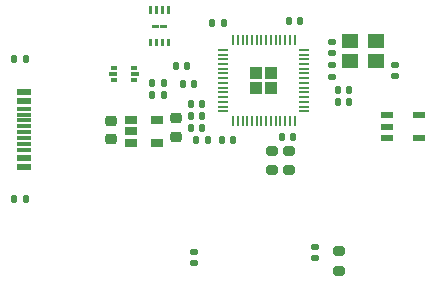
<source format=gbr>
%TF.GenerationSoftware,KiCad,Pcbnew,(7.0.0)*%
%TF.CreationDate,2023-06-29T16:26:30+02:00*%
%TF.ProjectId,V0_Display,56305f44-6973-4706-9c61-792e6b696361,rev?*%
%TF.SameCoordinates,Original*%
%TF.FileFunction,Paste,Bot*%
%TF.FilePolarity,Positive*%
%FSLAX46Y46*%
G04 Gerber Fmt 4.6, Leading zero omitted, Abs format (unit mm)*
G04 Created by KiCad (PCBNEW (7.0.0)) date 2023-06-29 16:26:30*
%MOMM*%
%LPD*%
G01*
G04 APERTURE LIST*
G04 Aperture macros list*
%AMRoundRect*
0 Rectangle with rounded corners*
0 $1 Rounding radius*
0 $2 $3 $4 $5 $6 $7 $8 $9 X,Y pos of 4 corners*
0 Add a 4 corners polygon primitive as box body*
4,1,4,$2,$3,$4,$5,$6,$7,$8,$9,$2,$3,0*
0 Add four circle primitives for the rounded corners*
1,1,$1+$1,$2,$3*
1,1,$1+$1,$4,$5*
1,1,$1+$1,$6,$7*
1,1,$1+$1,$8,$9*
0 Add four rect primitives between the rounded corners*
20,1,$1+$1,$2,$3,$4,$5,0*
20,1,$1+$1,$4,$5,$6,$7,0*
20,1,$1+$1,$6,$7,$8,$9,0*
20,1,$1+$1,$8,$9,$2,$3,0*%
G04 Aperture macros list end*
%ADD10C,0.010000*%
%ADD11RoundRect,0.140000X-0.140000X-0.170000X0.140000X-0.170000X0.140000X0.170000X-0.140000X0.170000X0*%
%ADD12RoundRect,0.200000X-0.275000X0.200000X-0.275000X-0.200000X0.275000X-0.200000X0.275000X0.200000X0*%
%ADD13RoundRect,0.135000X0.135000X0.185000X-0.135000X0.185000X-0.135000X-0.185000X0.135000X-0.185000X0*%
%ADD14RoundRect,0.140000X0.140000X0.170000X-0.140000X0.170000X-0.140000X-0.170000X0.140000X-0.170000X0*%
%ADD15RoundRect,0.135000X-0.135000X-0.185000X0.135000X-0.185000X0.135000X0.185000X-0.135000X0.185000X0*%
%ADD16RoundRect,0.140000X-0.170000X0.140000X-0.170000X-0.140000X0.170000X-0.140000X0.170000X0.140000X0*%
%ADD17RoundRect,0.140000X0.170000X-0.140000X0.170000X0.140000X-0.170000X0.140000X-0.170000X-0.140000X0*%
%ADD18RoundRect,0.135000X0.185000X-0.135000X0.185000X0.135000X-0.185000X0.135000X-0.185000X-0.135000X0*%
%ADD19RoundRect,0.200000X0.275000X-0.200000X0.275000X0.200000X-0.275000X0.200000X-0.275000X-0.200000X0*%
%ADD20RoundRect,0.225000X-0.250000X0.225000X-0.250000X-0.225000X0.250000X-0.225000X0.250000X0.225000X0*%
%ADD21R,1.060000X0.650000*%
%ADD22R,1.050000X0.600000*%
%ADD23R,0.500000X0.375000*%
%ADD24R,0.650000X0.300000*%
%ADD25RoundRect,0.225000X0.250000X-0.225000X0.250000X0.225000X-0.250000X0.225000X-0.250000X-0.225000X0*%
%ADD26RoundRect,0.250000X0.292217X-0.292217X0.292217X0.292217X-0.292217X0.292217X-0.292217X-0.292217X0*%
%ADD27RoundRect,0.050000X0.050000X-0.387500X0.050000X0.387500X-0.050000X0.387500X-0.050000X-0.387500X0*%
%ADD28RoundRect,0.050000X0.387500X-0.050000X0.387500X0.050000X-0.387500X0.050000X-0.387500X-0.050000X0*%
%ADD29RoundRect,0.147500X0.147500X0.172500X-0.147500X0.172500X-0.147500X-0.172500X0.147500X-0.172500X0*%
%ADD30R,1.400000X1.200000*%
%ADD31R,1.150000X0.600000*%
%ADD32R,1.150000X0.300000*%
G04 APERTURE END LIST*
%TO.C,U4*%
G36*
X104980000Y-57277500D02*
G01*
X104780000Y-57277500D01*
X104780000Y-56727500D01*
X104980000Y-56727500D01*
X104980000Y-57277500D01*
G37*
D10*
X104980000Y-57277500D02*
X104780000Y-57277500D01*
X104780000Y-56727500D01*
X104980000Y-56727500D01*
X104980000Y-57277500D01*
G36*
X104480000Y-57277500D02*
G01*
X104280000Y-57277500D01*
X104280000Y-56727500D01*
X104480000Y-56727500D01*
X104480000Y-57277500D01*
G37*
X104480000Y-57277500D02*
X104280000Y-57277500D01*
X104280000Y-56727500D01*
X104480000Y-56727500D01*
X104480000Y-57277500D01*
G36*
X103980000Y-57277500D02*
G01*
X103780000Y-57277500D01*
X103780000Y-56727500D01*
X103980000Y-56727500D01*
X103980000Y-57277500D01*
G37*
X103980000Y-57277500D02*
X103780000Y-57277500D01*
X103780000Y-56727500D01*
X103980000Y-56727500D01*
X103980000Y-57277500D01*
G36*
X103480000Y-57277500D02*
G01*
X103280000Y-57277500D01*
X103280000Y-56727500D01*
X103480000Y-56727500D01*
X103480000Y-57277500D01*
G37*
X103480000Y-57277500D02*
X103280000Y-57277500D01*
X103280000Y-56727500D01*
X103480000Y-56727500D01*
X103480000Y-57277500D01*
G36*
X104730000Y-58477500D02*
G01*
X104230000Y-58477500D01*
X104230000Y-58277500D01*
X104730000Y-58277500D01*
X104730000Y-58477500D01*
G37*
X104730000Y-58477500D02*
X104230000Y-58477500D01*
X104230000Y-58277500D01*
X104730000Y-58277500D01*
X104730000Y-58477500D01*
G36*
X104030000Y-58477500D02*
G01*
X103530000Y-58477500D01*
X103530000Y-58277500D01*
X104030000Y-58277500D01*
X104030000Y-58477500D01*
G37*
X104030000Y-58477500D02*
X103530000Y-58477500D01*
X103530000Y-58277500D01*
X104030000Y-58277500D01*
X104030000Y-58477500D01*
G36*
X104980000Y-60027500D02*
G01*
X104780000Y-60027500D01*
X104780000Y-59477500D01*
X104980000Y-59477500D01*
X104980000Y-60027500D01*
G37*
X104980000Y-60027500D02*
X104780000Y-60027500D01*
X104780000Y-59477500D01*
X104980000Y-59477500D01*
X104980000Y-60027500D01*
G36*
X104480000Y-60027500D02*
G01*
X104280000Y-60027500D01*
X104280000Y-59477500D01*
X104480000Y-59477500D01*
X104480000Y-60027500D01*
G37*
X104480000Y-60027500D02*
X104280000Y-60027500D01*
X104280000Y-59477500D01*
X104480000Y-59477500D01*
X104480000Y-60027500D01*
G36*
X103980000Y-60027500D02*
G01*
X103780000Y-60027500D01*
X103780000Y-59477500D01*
X103980000Y-59477500D01*
X103980000Y-60027500D01*
G37*
X103980000Y-60027500D02*
X103780000Y-60027500D01*
X103780000Y-59477500D01*
X103980000Y-59477500D01*
X103980000Y-60027500D01*
G36*
X103480000Y-60027500D02*
G01*
X103280000Y-60027500D01*
X103280000Y-59477500D01*
X103480000Y-59477500D01*
X103480000Y-60027500D01*
G37*
X103480000Y-60027500D02*
X103280000Y-60027500D01*
X103280000Y-59477500D01*
X103480000Y-59477500D01*
X103480000Y-60027500D01*
%TD*%
D11*
%TO.C,C10*%
X107750000Y-67000000D03*
X106790000Y-67000000D03*
%TD*%
D12*
%TO.C,R1*%
X119360000Y-79085000D03*
X119360000Y-77435000D03*
%TD*%
D11*
%TO.C,C12*%
X109600000Y-58150000D03*
X108640000Y-58150000D03*
%TD*%
D13*
%TO.C,R5*%
X91810000Y-73050000D03*
X92830000Y-73050000D03*
%TD*%
D14*
%TO.C,C11*%
X119290000Y-63800000D03*
X120250000Y-63800000D03*
%TD*%
D11*
%TO.C,C14*%
X110400000Y-68050000D03*
X109440000Y-68050000D03*
%TD*%
D15*
%TO.C,R6*%
X92830000Y-61150000D03*
X91810000Y-61150000D03*
%TD*%
D16*
%TO.C,C8*%
X107080000Y-78470000D03*
X107080000Y-77510000D03*
%TD*%
D11*
%TO.C,C9*%
X107750000Y-64950000D03*
X106790000Y-64950000D03*
%TD*%
D17*
%TO.C,C5*%
X117320000Y-77070000D03*
X117320000Y-78030000D03*
%TD*%
D11*
%TO.C,C7*%
X106500000Y-61750000D03*
X105540000Y-61750000D03*
%TD*%
%TO.C,C16*%
X107750000Y-66000000D03*
X106790000Y-66000000D03*
%TD*%
%TO.C,C17*%
X107100000Y-63250000D03*
X106140000Y-63250000D03*
%TD*%
D14*
%TO.C,C13*%
X115140000Y-57950000D03*
X116100000Y-57950000D03*
%TD*%
%TO.C,C6*%
X119290000Y-64800000D03*
X120250000Y-64800000D03*
%TD*%
%TO.C,C15*%
X114540000Y-67750000D03*
X115500000Y-67750000D03*
%TD*%
D18*
%TO.C,R2*%
X118750000Y-62670000D03*
X118750000Y-61650000D03*
%TD*%
D19*
%TO.C,R3*%
X115150000Y-68925000D03*
X115150000Y-70575000D03*
%TD*%
D20*
%TO.C,C2*%
X105520000Y-67750000D03*
X105520000Y-66200000D03*
%TD*%
D16*
%TO.C,C3*%
X118760000Y-59740000D03*
X118760000Y-60700000D03*
%TD*%
%TO.C,C4*%
X124070000Y-61680000D03*
X124070000Y-62640000D03*
%TD*%
D21*
%TO.C,U1*%
X101719999Y-68244999D03*
X101719999Y-67294999D03*
X101719999Y-66344999D03*
X103919999Y-66344999D03*
X103919999Y-68244999D03*
%TD*%
D22*
%TO.C,U3*%
X123459999Y-67849999D03*
X123459999Y-66899999D03*
X123459999Y-65949999D03*
X126159999Y-65949999D03*
X126159999Y-67849999D03*
%TD*%
D23*
%TO.C,U2*%
X100344999Y-62987499D03*
D24*
X100269999Y-62449999D03*
D23*
X100344999Y-61912499D03*
X102044999Y-61912499D03*
D24*
X102119999Y-62449999D03*
D23*
X102044999Y-62987499D03*
%TD*%
D25*
%TO.C,C1*%
X100070000Y-66430000D03*
X100070000Y-67980000D03*
%TD*%
D15*
%TO.C,R7*%
X104560000Y-63190000D03*
X103540000Y-63190000D03*
%TD*%
D26*
%TO.C,U5*%
X113637500Y-62362500D03*
X112362500Y-62362500D03*
X113637500Y-63637500D03*
X112362500Y-63637500D03*
D27*
X110400000Y-59562500D03*
X110800000Y-59562500D03*
X111200000Y-59562500D03*
X111600000Y-59562500D03*
X112000000Y-59562500D03*
X112400000Y-59562500D03*
X112800000Y-59562500D03*
X113200000Y-59562500D03*
X113600000Y-59562500D03*
X114000000Y-59562500D03*
X114400000Y-59562500D03*
X114800000Y-59562500D03*
X115200000Y-59562500D03*
X115600000Y-59562500D03*
D28*
X116437500Y-60400000D03*
X116437500Y-60800000D03*
X116437500Y-61200000D03*
X116437500Y-61600000D03*
X116437500Y-62000000D03*
X116437500Y-62400000D03*
X116437500Y-62800000D03*
X116437500Y-63200000D03*
X116437500Y-63600000D03*
X116437500Y-64000000D03*
X116437500Y-64400000D03*
X116437500Y-64800000D03*
X116437500Y-65200000D03*
X116437500Y-65600000D03*
D27*
X115600000Y-66437500D03*
X115200000Y-66437500D03*
X114800000Y-66437500D03*
X114400000Y-66437500D03*
X114000000Y-66437500D03*
X113600000Y-66437500D03*
X113200000Y-66437500D03*
X112800000Y-66437500D03*
X112400000Y-66437500D03*
X112000000Y-66437500D03*
X111600000Y-66437500D03*
X111200000Y-66437500D03*
X110800000Y-66437500D03*
X110400000Y-66437500D03*
D28*
X109562500Y-65600000D03*
X109562500Y-65200000D03*
X109562500Y-64800000D03*
X109562500Y-64400000D03*
X109562500Y-64000000D03*
X109562500Y-63600000D03*
X109562500Y-63200000D03*
X109562500Y-62800000D03*
X109562500Y-62400000D03*
X109562500Y-62000000D03*
X109562500Y-61600000D03*
X109562500Y-61200000D03*
X109562500Y-60800000D03*
X109562500Y-60400000D03*
%TD*%
D29*
%TO.C,L1*%
X107285000Y-68050000D03*
X108255000Y-68050000D03*
%TD*%
D30*
%TO.C,Y1*%
X122519999Y-59649999D03*
X120319999Y-59649999D03*
X120319999Y-61349999D03*
X122519999Y-61349999D03*
%TD*%
D31*
%TO.C,J4*%
X92674999Y-70329999D03*
X92674999Y-69529999D03*
D32*
X92674999Y-68379999D03*
X92674999Y-67379999D03*
X92674999Y-66879999D03*
X92674999Y-65879999D03*
D31*
X92674999Y-63929999D03*
X92674999Y-64729999D03*
D32*
X92674999Y-65379999D03*
X92674999Y-66379999D03*
X92674999Y-67879999D03*
X92674999Y-68879999D03*
%TD*%
D19*
%TO.C,R4*%
X113690000Y-68925000D03*
X113690000Y-70575000D03*
%TD*%
D13*
%TO.C,R8*%
X103520000Y-64190000D03*
X104540000Y-64190000D03*
%TD*%
M02*

</source>
